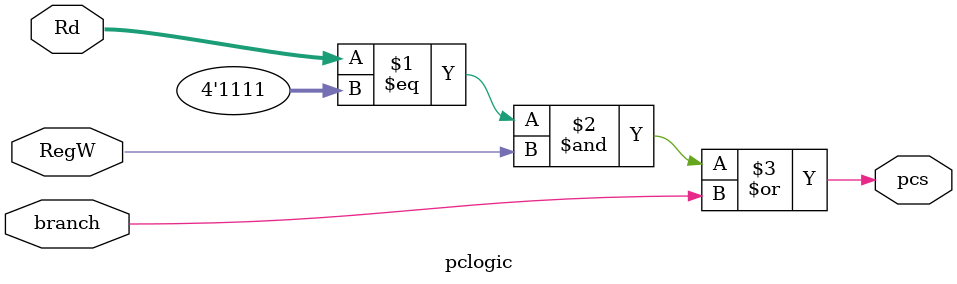
<source format=sv>
module pclogic(input logic [3:0] Rd,
               input logic branch, RegW,
               output logic pcs);
    assign pcs = ((Rd == 4'b1111) & RegW) | branch;
endmodule 
</source>
